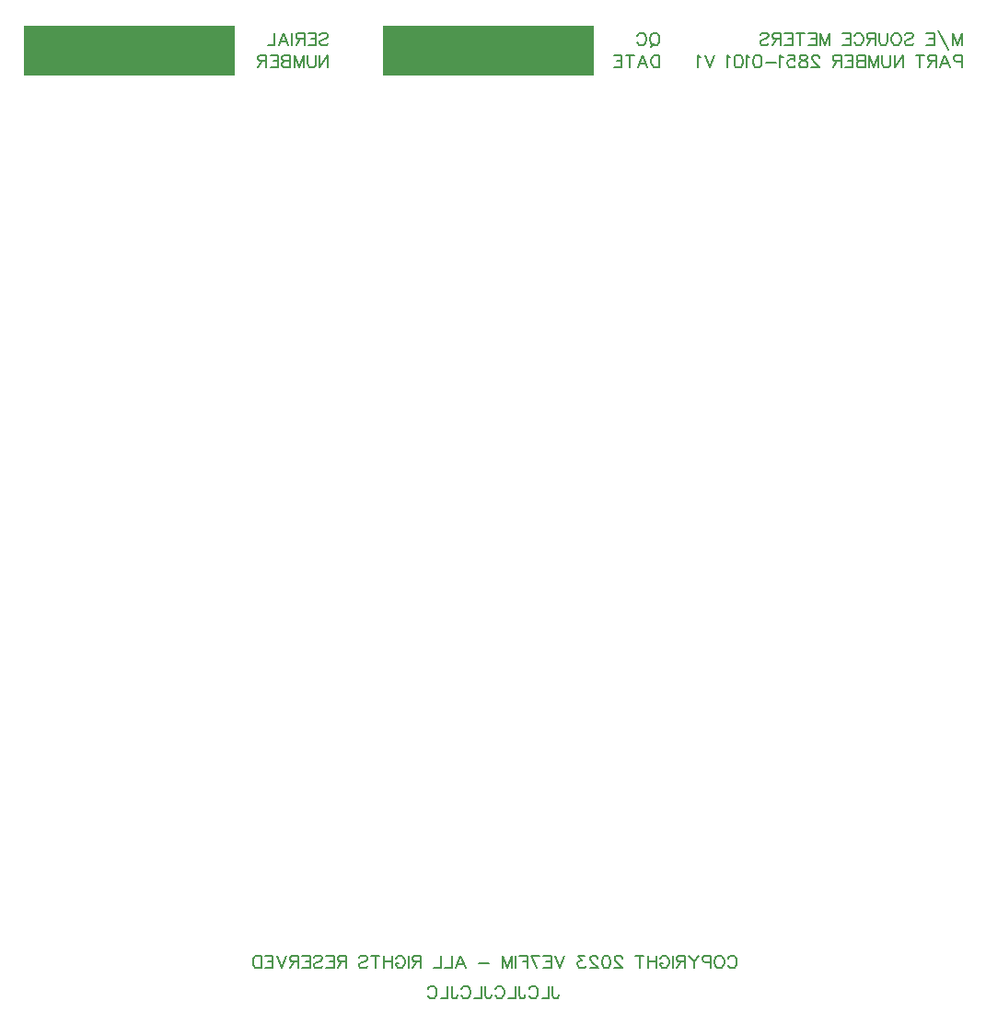
<source format=gbo>
G04 Layer: BottomSilkscreenLayer*
G04 EasyEDA v6.5.29, 2023-07-16 15:11:24*
G04 2c12c0e84ba74d3092461a17c469f48c,5a6b42c53f6a479593ecc07194224c93,10*
G04 Gerber Generator version 0.2*
G04 Scale: 100 percent, Rotated: No, Reflected: No *
G04 Dimensions in millimeters *
G04 leading zeros omitted , absolute positions ,4 integer and 5 decimal *
%FSLAX45Y45*%
%MOMM*%

%ADD10C,0.2032*%
%ADD11C,0.2030*%
%ADD12C,0.1524*%

%LPD*%
D10*
X8877300Y11881289D02*
G01*
X8877300Y11766745D01*
X8877300Y11881289D02*
G01*
X8828209Y11881289D01*
X8811846Y11875836D01*
X8806390Y11870382D01*
X8800937Y11859473D01*
X8800937Y11843108D01*
X8806390Y11832199D01*
X8811846Y11826745D01*
X8828209Y11821289D01*
X8877300Y11821289D01*
X8721300Y11881289D02*
G01*
X8764935Y11766745D01*
X8721300Y11881289D02*
G01*
X8677663Y11766745D01*
X8748572Y11804926D02*
G01*
X8694028Y11804926D01*
X8641664Y11881289D02*
G01*
X8641664Y11766745D01*
X8641664Y11881289D02*
G01*
X8592573Y11881289D01*
X8576210Y11875836D01*
X8570755Y11870382D01*
X8565300Y11859473D01*
X8565300Y11848564D01*
X8570755Y11837654D01*
X8576210Y11832199D01*
X8592573Y11826745D01*
X8641664Y11826745D01*
X8603482Y11826745D02*
G01*
X8565300Y11766745D01*
X8491118Y11881289D02*
G01*
X8491118Y11766745D01*
X8529300Y11881289D02*
G01*
X8452937Y11881289D01*
X8332937Y11881289D02*
G01*
X8332937Y11766745D01*
X8332937Y11881289D02*
G01*
X8256574Y11766745D01*
X8256574Y11881289D02*
G01*
X8256574Y11766745D01*
X8220572Y11881289D02*
G01*
X8220572Y11799473D01*
X8215119Y11783108D01*
X8204210Y11772199D01*
X8187847Y11766745D01*
X8176938Y11766745D01*
X8160572Y11772199D01*
X8149666Y11783108D01*
X8144210Y11799473D01*
X8144210Y11881289D01*
X8108210Y11881289D02*
G01*
X8108210Y11766745D01*
X8108210Y11881289D02*
G01*
X8064573Y11766745D01*
X8020938Y11881289D02*
G01*
X8064573Y11766745D01*
X8020938Y11881289D02*
G01*
X8020938Y11766745D01*
X7984937Y11881289D02*
G01*
X7984937Y11766745D01*
X7984937Y11881289D02*
G01*
X7935846Y11881289D01*
X7919483Y11875836D01*
X7914030Y11870382D01*
X7908574Y11859473D01*
X7908574Y11848564D01*
X7914030Y11837654D01*
X7919483Y11832199D01*
X7935846Y11826745D01*
X7984937Y11826745D02*
G01*
X7935846Y11826745D01*
X7919483Y11821289D01*
X7914030Y11815836D01*
X7908574Y11804926D01*
X7908574Y11788564D01*
X7914030Y11777654D01*
X7919483Y11772199D01*
X7935846Y11766745D01*
X7984937Y11766745D01*
X7872575Y11881289D02*
G01*
X7872575Y11766745D01*
X7872575Y11881289D02*
G01*
X7801665Y11881289D01*
X7872575Y11826745D02*
G01*
X7828937Y11826745D01*
X7872575Y11766745D02*
G01*
X7801665Y11766745D01*
X7765666Y11881289D02*
G01*
X7765666Y11766745D01*
X7765666Y11881289D02*
G01*
X7716575Y11881289D01*
X7700210Y11875836D01*
X7694757Y11870382D01*
X7689301Y11859473D01*
X7689301Y11848564D01*
X7694757Y11837654D01*
X7700210Y11832199D01*
X7716575Y11826745D01*
X7765666Y11826745D01*
X7727485Y11826745D02*
G01*
X7689301Y11766745D01*
X7563848Y11854017D02*
G01*
X7563848Y11859473D01*
X7558392Y11870382D01*
X7552938Y11875836D01*
X7542029Y11881289D01*
X7520211Y11881289D01*
X7509301Y11875836D01*
X7503848Y11870382D01*
X7498392Y11859473D01*
X7498392Y11848564D01*
X7503848Y11837654D01*
X7514757Y11821289D01*
X7569301Y11766745D01*
X7492939Y11766745D01*
X7429667Y11881289D02*
G01*
X7446030Y11875836D01*
X7451483Y11864926D01*
X7451483Y11854017D01*
X7446030Y11843108D01*
X7435121Y11837654D01*
X7413302Y11832199D01*
X7396939Y11826745D01*
X7386030Y11815836D01*
X7380574Y11804926D01*
X7380574Y11788564D01*
X7386030Y11777654D01*
X7391483Y11772199D01*
X7407849Y11766745D01*
X7429667Y11766745D01*
X7446030Y11772199D01*
X7451483Y11777654D01*
X7456939Y11788564D01*
X7456939Y11804926D01*
X7451483Y11815836D01*
X7440574Y11826745D01*
X7424211Y11832199D01*
X7402393Y11837654D01*
X7391483Y11843108D01*
X7386030Y11854017D01*
X7386030Y11864926D01*
X7391483Y11875836D01*
X7407849Y11881289D01*
X7429667Y11881289D01*
X7279121Y11881289D02*
G01*
X7333665Y11881289D01*
X7339121Y11832199D01*
X7333665Y11837654D01*
X7317303Y11843108D01*
X7300940Y11843108D01*
X7284575Y11837654D01*
X7273665Y11826745D01*
X7268212Y11810382D01*
X7268212Y11799473D01*
X7273665Y11783108D01*
X7284575Y11772199D01*
X7300940Y11766745D01*
X7317303Y11766745D01*
X7333665Y11772199D01*
X7339121Y11777654D01*
X7344575Y11788564D01*
X7232213Y11859473D02*
G01*
X7221303Y11864926D01*
X7204938Y11881289D01*
X7204938Y11766745D01*
X7168939Y11815836D02*
G01*
X7070758Y11815836D01*
X7002030Y11881289D02*
G01*
X7018393Y11875836D01*
X7029302Y11859473D01*
X7034758Y11832199D01*
X7034758Y11815836D01*
X7029302Y11788564D01*
X7018393Y11772199D01*
X7002030Y11766745D01*
X6991121Y11766745D01*
X6974758Y11772199D01*
X6963849Y11788564D01*
X6958393Y11815836D01*
X6958393Y11832199D01*
X6963849Y11859473D01*
X6974758Y11875836D01*
X6991121Y11881289D01*
X7002030Y11881289D01*
X6922394Y11859473D02*
G01*
X6911484Y11864926D01*
X6895122Y11881289D01*
X6895122Y11766745D01*
X6826394Y11881289D02*
G01*
X6842757Y11875836D01*
X6853666Y11859473D01*
X6859122Y11832199D01*
X6859122Y11815836D01*
X6853666Y11788564D01*
X6842757Y11772199D01*
X6826394Y11766745D01*
X6815485Y11766745D01*
X6799122Y11772199D01*
X6788213Y11788564D01*
X6782757Y11815836D01*
X6782757Y11832199D01*
X6788213Y11859473D01*
X6799122Y11875836D01*
X6815485Y11881289D01*
X6826394Y11881289D01*
X6746758Y11859473D02*
G01*
X6735848Y11864926D01*
X6719486Y11881289D01*
X6719486Y11766745D01*
X6599486Y11881289D02*
G01*
X6555849Y11766745D01*
X6512214Y11881289D02*
G01*
X6555849Y11766745D01*
X6476215Y11859473D02*
G01*
X6465305Y11864926D01*
X6448940Y11881289D01*
X6448940Y11766745D01*
X8877300Y12084489D02*
G01*
X8877300Y11969945D01*
X8877300Y12084489D02*
G01*
X8833662Y11969945D01*
X8790028Y12084489D02*
G01*
X8833662Y11969945D01*
X8790028Y12084489D02*
G01*
X8790028Y11969945D01*
X8655845Y12106308D02*
G01*
X8754028Y11931764D01*
X8619845Y12084489D02*
G01*
X8619845Y11969945D01*
X8619845Y12084489D02*
G01*
X8548936Y12084489D01*
X8619845Y12029945D02*
G01*
X8576210Y12029945D01*
X8619845Y11969945D02*
G01*
X8548936Y11969945D01*
X8352574Y12068126D02*
G01*
X8363483Y12079036D01*
X8379846Y12084489D01*
X8401664Y12084489D01*
X8418027Y12079036D01*
X8428936Y12068126D01*
X8428936Y12057217D01*
X8423483Y12046308D01*
X8418027Y12040854D01*
X8407118Y12035399D01*
X8374392Y12024489D01*
X8363483Y12019036D01*
X8358027Y12013582D01*
X8352574Y12002673D01*
X8352574Y11986308D01*
X8363483Y11975399D01*
X8379846Y11969945D01*
X8401664Y11969945D01*
X8418027Y11975399D01*
X8428936Y11986308D01*
X8283846Y12084489D02*
G01*
X8294756Y12079036D01*
X8305665Y12068126D01*
X8311118Y12057217D01*
X8316574Y12040854D01*
X8316574Y12013582D01*
X8311118Y11997217D01*
X8305665Y11986308D01*
X8294756Y11975399D01*
X8283846Y11969945D01*
X8262028Y11969945D01*
X8251118Y11975399D01*
X8240209Y11986308D01*
X8234756Y11997217D01*
X8229300Y12013582D01*
X8229300Y12040854D01*
X8234756Y12057217D01*
X8240209Y12068126D01*
X8251118Y12079036D01*
X8262028Y12084489D01*
X8283846Y12084489D01*
X8193300Y12084489D02*
G01*
X8193300Y12002673D01*
X8187847Y11986308D01*
X8176938Y11975399D01*
X8160572Y11969945D01*
X8149666Y11969945D01*
X8133300Y11975399D01*
X8122391Y11986308D01*
X8116938Y12002673D01*
X8116938Y12084489D01*
X8080938Y12084489D02*
G01*
X8080938Y11969945D01*
X8080938Y12084489D02*
G01*
X8031848Y12084489D01*
X8015483Y12079036D01*
X8010029Y12073582D01*
X8004573Y12062673D01*
X8004573Y12051764D01*
X8010029Y12040854D01*
X8015483Y12035399D01*
X8031848Y12029945D01*
X8080938Y12029945D01*
X8042755Y12029945D02*
G01*
X8004573Y11969945D01*
X7886755Y12057217D02*
G01*
X7892211Y12068126D01*
X7903121Y12079036D01*
X7914030Y12084489D01*
X7935846Y12084489D01*
X7946755Y12079036D01*
X7957665Y12068126D01*
X7963120Y12057217D01*
X7968574Y12040854D01*
X7968574Y12013582D01*
X7963120Y11997217D01*
X7957665Y11986308D01*
X7946755Y11975399D01*
X7935846Y11969945D01*
X7914030Y11969945D01*
X7903121Y11975399D01*
X7892211Y11986308D01*
X7886755Y11997217D01*
X7850756Y12084489D02*
G01*
X7850756Y11969945D01*
X7850756Y12084489D02*
G01*
X7779847Y12084489D01*
X7850756Y12029945D02*
G01*
X7807119Y12029945D01*
X7850756Y11969945D02*
G01*
X7779847Y11969945D01*
X7659847Y12084489D02*
G01*
X7659847Y11969945D01*
X7659847Y12084489D02*
G01*
X7616212Y11969945D01*
X7572575Y12084489D02*
G01*
X7616212Y11969945D01*
X7572575Y12084489D02*
G01*
X7572575Y11969945D01*
X7536576Y12084489D02*
G01*
X7536576Y11969945D01*
X7536576Y12084489D02*
G01*
X7465667Y12084489D01*
X7536576Y12029945D02*
G01*
X7492939Y12029945D01*
X7536576Y11969945D02*
G01*
X7465667Y11969945D01*
X7391483Y12084489D02*
G01*
X7391483Y11969945D01*
X7429667Y12084489D02*
G01*
X7353302Y12084489D01*
X7317303Y12084489D02*
G01*
X7317303Y11969945D01*
X7317303Y12084489D02*
G01*
X7246393Y12084489D01*
X7317303Y12029945D02*
G01*
X7273665Y12029945D01*
X7317303Y11969945D02*
G01*
X7246393Y11969945D01*
X7210394Y12084489D02*
G01*
X7210394Y11969945D01*
X7210394Y12084489D02*
G01*
X7161303Y12084489D01*
X7144938Y12079036D01*
X7139485Y12073582D01*
X7134031Y12062673D01*
X7134031Y12051764D01*
X7139485Y12040854D01*
X7144938Y12035399D01*
X7161303Y12029945D01*
X7210394Y12029945D01*
X7172213Y12029945D02*
G01*
X7134031Y11969945D01*
X7021667Y12068126D02*
G01*
X7032576Y12079036D01*
X7048939Y12084489D01*
X7070758Y12084489D01*
X7087120Y12079036D01*
X7098029Y12068126D01*
X7098029Y12057217D01*
X7092576Y12046308D01*
X7087120Y12040854D01*
X7076213Y12035399D01*
X7043486Y12024489D01*
X7032576Y12019036D01*
X7027120Y12013582D01*
X7021667Y12002673D01*
X7021667Y11986308D01*
X7032576Y11975399D01*
X7048939Y11969945D01*
X7070758Y11969945D01*
X7087120Y11975399D01*
X7098029Y11986308D01*
X5114290Y3321557D02*
G01*
X5114290Y3234181D01*
X5119877Y3217926D01*
X5125211Y3212337D01*
X5136134Y3207004D01*
X5147056Y3207004D01*
X5157977Y3212337D01*
X5163565Y3217926D01*
X5168900Y3234181D01*
X5168900Y3245104D01*
X5078475Y3321557D02*
G01*
X5078475Y3207004D01*
X5078475Y3207004D02*
G01*
X5012943Y3207004D01*
X4895088Y3294126D02*
G01*
X4900422Y3305047D01*
X4911343Y3315970D01*
X4922265Y3321557D01*
X4944109Y3321557D01*
X4955031Y3315970D01*
X4965954Y3305047D01*
X4971541Y3294126D01*
X4976875Y3277870D01*
X4976875Y3250692D01*
X4971541Y3234181D01*
X4965954Y3223260D01*
X4955031Y3212337D01*
X4944109Y3207004D01*
X4922265Y3207004D01*
X4911343Y3212337D01*
X4900422Y3223260D01*
X4895088Y3234181D01*
X4804663Y3321557D02*
G01*
X4804663Y3234181D01*
X4809997Y3217926D01*
X4815331Y3212337D01*
X4826254Y3207004D01*
X4837175Y3207004D01*
X4848097Y3212337D01*
X4853686Y3217926D01*
X4859020Y3234181D01*
X4859020Y3245104D01*
X4768595Y3321557D02*
G01*
X4768595Y3207004D01*
X4768595Y3207004D02*
G01*
X4703063Y3207004D01*
X4585208Y3294126D02*
G01*
X4590795Y3305047D01*
X4601718Y3315970D01*
X4612640Y3321557D01*
X4634229Y3321557D01*
X4645152Y3315970D01*
X4656074Y3305047D01*
X4661661Y3294126D01*
X4666995Y3277870D01*
X4666995Y3250692D01*
X4661661Y3234181D01*
X4656074Y3223260D01*
X4645152Y3212337D01*
X4634229Y3207004D01*
X4612640Y3207004D01*
X4601718Y3212337D01*
X4590795Y3223260D01*
X4585208Y3234181D01*
X4494784Y3321557D02*
G01*
X4494784Y3234181D01*
X4500118Y3217926D01*
X4505706Y3212337D01*
X4516627Y3207004D01*
X4527550Y3207004D01*
X4538472Y3212337D01*
X4543806Y3217926D01*
X4549140Y3234181D01*
X4549140Y3245104D01*
X4458715Y3321557D02*
G01*
X4458715Y3207004D01*
X4458715Y3207004D02*
G01*
X4393184Y3207004D01*
X4275327Y3294126D02*
G01*
X4280915Y3305047D01*
X4291838Y3315970D01*
X4302759Y3321557D01*
X4324604Y3321557D01*
X4335525Y3315970D01*
X4346447Y3305047D01*
X4351781Y3294126D01*
X4357370Y3277870D01*
X4357370Y3250692D01*
X4351781Y3234181D01*
X4346447Y3223260D01*
X4335525Y3212337D01*
X4324604Y3207004D01*
X4302759Y3207004D01*
X4291838Y3212337D01*
X4280915Y3223260D01*
X4275327Y3234181D01*
X4184904Y3321557D02*
G01*
X4184904Y3234181D01*
X4190238Y3217926D01*
X4195825Y3212337D01*
X4206747Y3207004D01*
X4217670Y3207004D01*
X4228591Y3212337D01*
X4233925Y3217926D01*
X4239513Y3234181D01*
X4239513Y3245104D01*
X4148836Y3321557D02*
G01*
X4148836Y3207004D01*
X4148836Y3207004D02*
G01*
X4083558Y3207004D01*
X3965702Y3294126D02*
G01*
X3971036Y3305047D01*
X3981958Y3315970D01*
X3992879Y3321557D01*
X4014724Y3321557D01*
X4025645Y3315970D01*
X4036568Y3305047D01*
X4041902Y3294126D01*
X4047490Y3277870D01*
X4047490Y3250692D01*
X4041902Y3234181D01*
X4036568Y3223260D01*
X4025645Y3212337D01*
X4014724Y3207004D01*
X3992879Y3207004D01*
X3981958Y3212337D01*
X3971036Y3223260D01*
X3965702Y3234181D01*
D11*
X6725381Y3573617D02*
G01*
X6730837Y3584526D01*
X6741746Y3595436D01*
X6752653Y3600889D01*
X6774472Y3600889D01*
X6785381Y3595436D01*
X6796290Y3584526D01*
X6801746Y3573617D01*
X6807200Y3557254D01*
X6807200Y3529982D01*
X6801746Y3513617D01*
X6796290Y3502708D01*
X6785381Y3491799D01*
X6774472Y3486345D01*
X6752653Y3486345D01*
X6741746Y3491799D01*
X6730837Y3502708D01*
X6725381Y3513617D01*
X6656654Y3600889D02*
G01*
X6667563Y3595436D01*
X6678472Y3584526D01*
X6683928Y3573617D01*
X6689382Y3557254D01*
X6689382Y3529982D01*
X6683928Y3513617D01*
X6678472Y3502708D01*
X6667563Y3491799D01*
X6656654Y3486345D01*
X6634835Y3486345D01*
X6623928Y3491799D01*
X6613019Y3502708D01*
X6607563Y3513617D01*
X6602110Y3529982D01*
X6602110Y3557254D01*
X6607563Y3573617D01*
X6613019Y3584526D01*
X6623928Y3595436D01*
X6634835Y3600889D01*
X6656654Y3600889D01*
X6566110Y3600889D02*
G01*
X6566110Y3486345D01*
X6566110Y3600889D02*
G01*
X6517017Y3600889D01*
X6500655Y3595436D01*
X6495200Y3589982D01*
X6489745Y3579073D01*
X6489745Y3562708D01*
X6495200Y3551799D01*
X6500655Y3546345D01*
X6517017Y3540889D01*
X6566110Y3540889D01*
X6453746Y3600889D02*
G01*
X6410109Y3546345D01*
X6410109Y3486345D01*
X6366474Y3600889D02*
G01*
X6410109Y3546345D01*
X6330472Y3600889D02*
G01*
X6330472Y3486345D01*
X6330472Y3600889D02*
G01*
X6281381Y3600889D01*
X6265019Y3595436D01*
X6259565Y3589982D01*
X6254109Y3579073D01*
X6254109Y3568164D01*
X6259565Y3557254D01*
X6265019Y3551799D01*
X6281381Y3546345D01*
X6330472Y3546345D01*
X6292291Y3546345D02*
G01*
X6254109Y3486345D01*
X6218110Y3600889D02*
G01*
X6218110Y3486345D01*
X6100292Y3573617D02*
G01*
X6105745Y3584526D01*
X6116655Y3595436D01*
X6127564Y3600889D01*
X6149383Y3600889D01*
X6160292Y3595436D01*
X6171201Y3584526D01*
X6176655Y3573617D01*
X6182111Y3557254D01*
X6182111Y3529982D01*
X6176655Y3513617D01*
X6171201Y3502708D01*
X6160292Y3491799D01*
X6149383Y3486345D01*
X6127564Y3486345D01*
X6116655Y3491799D01*
X6105745Y3502708D01*
X6100292Y3513617D01*
X6100292Y3529982D01*
X6127564Y3529982D02*
G01*
X6100292Y3529982D01*
X6064293Y3600889D02*
G01*
X6064293Y3486345D01*
X5987928Y3600889D02*
G01*
X5987928Y3486345D01*
X6064293Y3546345D02*
G01*
X5987928Y3546345D01*
X5913747Y3600889D02*
G01*
X5913747Y3486345D01*
X5951928Y3600889D02*
G01*
X5875566Y3600889D01*
X5750110Y3573617D02*
G01*
X5750110Y3579073D01*
X5744657Y3589982D01*
X5739201Y3595436D01*
X5728291Y3600889D01*
X5706475Y3600889D01*
X5695566Y3595436D01*
X5690110Y3589982D01*
X5684657Y3579073D01*
X5684657Y3568164D01*
X5690110Y3557254D01*
X5701019Y3540889D01*
X5755566Y3486345D01*
X5679201Y3486345D01*
X5610473Y3600889D02*
G01*
X5626839Y3595436D01*
X5637748Y3579073D01*
X5643201Y3551799D01*
X5643201Y3535436D01*
X5637748Y3508164D01*
X5626839Y3491799D01*
X5610473Y3486345D01*
X5599567Y3486345D01*
X5583201Y3491799D01*
X5572292Y3508164D01*
X5566839Y3535436D01*
X5566839Y3551799D01*
X5572292Y3579073D01*
X5583201Y3595436D01*
X5599567Y3600889D01*
X5610473Y3600889D01*
X5525383Y3573617D02*
G01*
X5525383Y3579073D01*
X5519930Y3589982D01*
X5514474Y3595436D01*
X5503565Y3600889D01*
X5481749Y3600889D01*
X5470839Y3595436D01*
X5465384Y3589982D01*
X5459930Y3579073D01*
X5459930Y3568164D01*
X5465384Y3557254D01*
X5476293Y3540889D01*
X5530839Y3486345D01*
X5454474Y3486345D01*
X5407566Y3600889D02*
G01*
X5347566Y3600889D01*
X5380294Y3557254D01*
X5363931Y3557254D01*
X5353022Y3551799D01*
X5347566Y3546345D01*
X5342112Y3529982D01*
X5342112Y3519073D01*
X5347566Y3502708D01*
X5358475Y3491799D01*
X5374838Y3486345D01*
X5391203Y3486345D01*
X5407566Y3491799D01*
X5413021Y3497254D01*
X5418475Y3508164D01*
X5222113Y3600889D02*
G01*
X5178475Y3486345D01*
X5134838Y3600889D02*
G01*
X5178475Y3486345D01*
X5098839Y3600889D02*
G01*
X5098839Y3486345D01*
X5098839Y3600889D02*
G01*
X5027929Y3600889D01*
X5098839Y3546345D02*
G01*
X5055204Y3546345D01*
X5098839Y3486345D02*
G01*
X5027929Y3486345D01*
X4915568Y3600889D02*
G01*
X4970111Y3486345D01*
X4991930Y3600889D02*
G01*
X4915568Y3600889D01*
X4879568Y3600889D02*
G01*
X4879568Y3486345D01*
X4879568Y3600889D02*
G01*
X4808659Y3600889D01*
X4879568Y3546345D02*
G01*
X4835931Y3546345D01*
X4772657Y3600889D02*
G01*
X4772657Y3486345D01*
X4736658Y3600889D02*
G01*
X4736658Y3486345D01*
X4736658Y3600889D02*
G01*
X4693023Y3486345D01*
X4649386Y3600889D02*
G01*
X4693023Y3486345D01*
X4649386Y3600889D02*
G01*
X4649386Y3486345D01*
X4529386Y3535436D02*
G01*
X4431205Y3535436D01*
X4267568Y3600889D02*
G01*
X4311205Y3486345D01*
X4267568Y3600889D02*
G01*
X4223933Y3486345D01*
X4294840Y3524526D02*
G01*
X4240296Y3524526D01*
X4187931Y3600889D02*
G01*
X4187931Y3486345D01*
X4187931Y3486345D02*
G01*
X4122478Y3486345D01*
X4086479Y3600889D02*
G01*
X4086479Y3486345D01*
X4086479Y3486345D02*
G01*
X4021023Y3486345D01*
X3901023Y3600889D02*
G01*
X3901023Y3486345D01*
X3901023Y3600889D02*
G01*
X3851932Y3600889D01*
X3835570Y3595436D01*
X3830114Y3589982D01*
X3824660Y3579073D01*
X3824660Y3568164D01*
X3830114Y3557254D01*
X3835570Y3551799D01*
X3851932Y3546345D01*
X3901023Y3546345D01*
X3862842Y3546345D02*
G01*
X3824660Y3486345D01*
X3788661Y3600889D02*
G01*
X3788661Y3486345D01*
X3670843Y3573617D02*
G01*
X3676296Y3584526D01*
X3687206Y3595436D01*
X3698115Y3600889D01*
X3719934Y3600889D01*
X3730843Y3595436D01*
X3741752Y3584526D01*
X3747206Y3573617D01*
X3752659Y3557254D01*
X3752659Y3529982D01*
X3747206Y3513617D01*
X3741752Y3502708D01*
X3730843Y3491799D01*
X3719934Y3486345D01*
X3698115Y3486345D01*
X3687206Y3491799D01*
X3676296Y3502708D01*
X3670843Y3513617D01*
X3670843Y3529982D01*
X3698115Y3529982D02*
G01*
X3670843Y3529982D01*
X3634841Y3600889D02*
G01*
X3634841Y3486345D01*
X3558479Y3600889D02*
G01*
X3558479Y3486345D01*
X3634841Y3546345D02*
G01*
X3558479Y3546345D01*
X3484298Y3600889D02*
G01*
X3484298Y3486345D01*
X3522479Y3600889D02*
G01*
X3446117Y3600889D01*
X3333752Y3584526D02*
G01*
X3344661Y3595436D01*
X3361024Y3600889D01*
X3382843Y3600889D01*
X3399205Y3595436D01*
X3410115Y3584526D01*
X3410115Y3573617D01*
X3404661Y3562708D01*
X3399205Y3557254D01*
X3388296Y3551799D01*
X3355571Y3540889D01*
X3344661Y3535436D01*
X3339205Y3529982D01*
X3333752Y3519073D01*
X3333752Y3502708D01*
X3344661Y3491799D01*
X3361024Y3486345D01*
X3382843Y3486345D01*
X3399205Y3491799D01*
X3410115Y3502708D01*
X3213752Y3600889D02*
G01*
X3213752Y3486345D01*
X3213752Y3600889D02*
G01*
X3164662Y3600889D01*
X3148296Y3595436D01*
X3142843Y3589982D01*
X3137390Y3579073D01*
X3137390Y3568164D01*
X3142843Y3557254D01*
X3148296Y3551799D01*
X3164662Y3546345D01*
X3213752Y3546345D01*
X3175571Y3546345D02*
G01*
X3137390Y3486345D01*
X3101388Y3600889D02*
G01*
X3101388Y3486345D01*
X3101388Y3600889D02*
G01*
X3030479Y3600889D01*
X3101388Y3546345D02*
G01*
X3057753Y3546345D01*
X3101388Y3486345D02*
G01*
X3030479Y3486345D01*
X2918117Y3584526D02*
G01*
X2929026Y3595436D01*
X2945389Y3600889D01*
X2967207Y3600889D01*
X2983570Y3595436D01*
X2994479Y3584526D01*
X2994479Y3573617D01*
X2989026Y3562708D01*
X2983570Y3557254D01*
X2972661Y3551799D01*
X2939935Y3540889D01*
X2929026Y3535436D01*
X2923570Y3529982D01*
X2918117Y3519073D01*
X2918117Y3502708D01*
X2929026Y3491799D01*
X2945389Y3486345D01*
X2967207Y3486345D01*
X2983570Y3491799D01*
X2994479Y3502708D01*
X2882117Y3600889D02*
G01*
X2882117Y3486345D01*
X2882117Y3600889D02*
G01*
X2811208Y3600889D01*
X2882117Y3546345D02*
G01*
X2838480Y3546345D01*
X2882117Y3486345D02*
G01*
X2811208Y3486345D01*
X2775209Y3600889D02*
G01*
X2775209Y3486345D01*
X2775209Y3600889D02*
G01*
X2726118Y3600889D01*
X2709753Y3595436D01*
X2704299Y3589982D01*
X2698843Y3579073D01*
X2698843Y3568164D01*
X2704299Y3557254D01*
X2709753Y3551799D01*
X2726118Y3546345D01*
X2775209Y3546345D01*
X2737025Y3546345D02*
G01*
X2698843Y3486345D01*
X2662844Y3600889D02*
G01*
X2619207Y3486345D01*
X2575572Y3600889D02*
G01*
X2619207Y3486345D01*
X2539573Y3600889D02*
G01*
X2539573Y3486345D01*
X2539573Y3600889D02*
G01*
X2468664Y3600889D01*
X2539573Y3546345D02*
G01*
X2495936Y3546345D01*
X2539573Y3486345D02*
G01*
X2468664Y3486345D01*
X2432662Y3600889D02*
G01*
X2432662Y3486345D01*
X2432662Y3600889D02*
G01*
X2394480Y3600889D01*
X2378118Y3595436D01*
X2367208Y3584526D01*
X2361755Y3573617D01*
X2356299Y3557254D01*
X2356299Y3529982D01*
X2361755Y3513617D01*
X2367208Y3502708D01*
X2378118Y3491799D01*
X2394480Y3486345D01*
X2432662Y3486345D01*
D12*
X6063272Y12084491D02*
G01*
X6074181Y12079036D01*
X6085090Y12068126D01*
X6090546Y12057217D01*
X6096000Y12040854D01*
X6096000Y12013582D01*
X6090546Y11997217D01*
X6085090Y11986308D01*
X6074181Y11975398D01*
X6063272Y11969945D01*
X6041453Y11969945D01*
X6030544Y11975398D01*
X6019637Y11986308D01*
X6014181Y11997217D01*
X6008728Y12013582D01*
X6008728Y12040854D01*
X6014181Y12057217D01*
X6019637Y12068126D01*
X6030544Y12079036D01*
X6041453Y12084491D01*
X6063272Y12084491D01*
X6046909Y11991764D02*
G01*
X6014181Y11959036D01*
X5890910Y12057217D02*
G01*
X5896363Y12068126D01*
X5907272Y12079036D01*
X5918182Y12084491D01*
X5940000Y12084491D01*
X5950910Y12079036D01*
X5961819Y12068126D01*
X5967272Y12057217D01*
X5972726Y12040854D01*
X5972726Y12013582D01*
X5967272Y11997217D01*
X5961819Y11986308D01*
X5950910Y11975398D01*
X5940000Y11969945D01*
X5918182Y11969945D01*
X5907272Y11975398D01*
X5896363Y11986308D01*
X5890910Y11997217D01*
X6096000Y11881291D02*
G01*
X6096000Y11766745D01*
X6096000Y11881291D02*
G01*
X6057818Y11881291D01*
X6041453Y11875836D01*
X6030544Y11864926D01*
X6025090Y11854017D01*
X6019637Y11837654D01*
X6019637Y11810382D01*
X6025090Y11794017D01*
X6030544Y11783108D01*
X6041453Y11772198D01*
X6057818Y11766745D01*
X6096000Y11766745D01*
X5940000Y11881291D02*
G01*
X5983635Y11766745D01*
X5940000Y11881291D02*
G01*
X5896363Y11766745D01*
X5967272Y11804926D02*
G01*
X5912726Y11804926D01*
X5822182Y11881291D02*
G01*
X5822182Y11766745D01*
X5860364Y11881291D02*
G01*
X5783999Y11881291D01*
X5747999Y11881291D02*
G01*
X5747999Y11766745D01*
X5747999Y11881291D02*
G01*
X5677090Y11881291D01*
X5747999Y11826745D02*
G01*
X5704362Y11826745D01*
X5747999Y11766745D02*
G01*
X5677090Y11766745D01*
X3048000Y11881291D02*
G01*
X3048000Y11766745D01*
X3048000Y11881291D02*
G01*
X2971637Y11766745D01*
X2971637Y11881291D02*
G01*
X2971637Y11766745D01*
X2935635Y11881291D02*
G01*
X2935635Y11799473D01*
X2930182Y11783108D01*
X2919272Y11772198D01*
X2902910Y11766745D01*
X2892000Y11766745D01*
X2875635Y11772198D01*
X2864726Y11783108D01*
X2859272Y11799473D01*
X2859272Y11881291D01*
X2823273Y11881291D02*
G01*
X2823273Y11766745D01*
X2823273Y11881291D02*
G01*
X2779636Y11766745D01*
X2735999Y11881291D02*
G01*
X2779636Y11766745D01*
X2735999Y11881291D02*
G01*
X2735999Y11766745D01*
X2699999Y11881291D02*
G01*
X2699999Y11766745D01*
X2699999Y11881291D02*
G01*
X2650909Y11881291D01*
X2634546Y11875836D01*
X2629090Y11870382D01*
X2623637Y11859473D01*
X2623637Y11848564D01*
X2629090Y11837654D01*
X2634546Y11832198D01*
X2650909Y11826745D01*
X2699999Y11826745D02*
G01*
X2650909Y11826745D01*
X2634546Y11821292D01*
X2629090Y11815836D01*
X2623637Y11804926D01*
X2623637Y11788564D01*
X2629090Y11777654D01*
X2634546Y11772198D01*
X2650909Y11766745D01*
X2699999Y11766745D01*
X2587635Y11881291D02*
G01*
X2587635Y11766745D01*
X2587635Y11881291D02*
G01*
X2516728Y11881291D01*
X2587635Y11826745D02*
G01*
X2544000Y11826745D01*
X2587635Y11766745D02*
G01*
X2516728Y11766745D01*
X2480726Y11881291D02*
G01*
X2480726Y11766745D01*
X2480726Y11881291D02*
G01*
X2431635Y11881291D01*
X2415273Y11875836D01*
X2409817Y11870382D01*
X2404363Y11859473D01*
X2404363Y11848564D01*
X2409817Y11837654D01*
X2415273Y11832198D01*
X2431635Y11826745D01*
X2480726Y11826745D01*
X2442545Y11826745D02*
G01*
X2404363Y11766745D01*
X2971637Y12068126D02*
G01*
X2982544Y12079036D01*
X2998909Y12084491D01*
X3020728Y12084491D01*
X3037090Y12079036D01*
X3048000Y12068126D01*
X3048000Y12057217D01*
X3042546Y12046308D01*
X3037090Y12040854D01*
X3026181Y12035398D01*
X2993453Y12024492D01*
X2982544Y12019036D01*
X2977090Y12013582D01*
X2971637Y12002673D01*
X2971637Y11986308D01*
X2982544Y11975398D01*
X2998909Y11969945D01*
X3020728Y11969945D01*
X3037090Y11975398D01*
X3048000Y11986308D01*
X2935635Y12084491D02*
G01*
X2935635Y11969945D01*
X2935635Y12084491D02*
G01*
X2864726Y12084491D01*
X2935635Y12029945D02*
G01*
X2892000Y12029945D01*
X2935635Y11969945D02*
G01*
X2864726Y11969945D01*
X2828726Y12084491D02*
G01*
X2828726Y11969945D01*
X2828726Y12084491D02*
G01*
X2779636Y12084491D01*
X2763273Y12079036D01*
X2757817Y12073582D01*
X2752364Y12062673D01*
X2752364Y12051764D01*
X2757817Y12040854D01*
X2763273Y12035398D01*
X2779636Y12029945D01*
X2828726Y12029945D01*
X2790545Y12029945D02*
G01*
X2752364Y11969945D01*
X2716364Y12084491D02*
G01*
X2716364Y11969945D01*
X2636728Y12084491D02*
G01*
X2680362Y11969945D01*
X2636728Y12084491D02*
G01*
X2593091Y11969945D01*
X2664000Y12008126D02*
G01*
X2609453Y12008126D01*
X2557091Y12084491D02*
G01*
X2557091Y11969945D01*
X2557091Y11969945D02*
G01*
X2491635Y11969945D01*
G36*
X3556000Y12153900D02*
G01*
X5492750Y12153900D01*
X5492750Y11692001D01*
X3556000Y11692001D01*
G37*
G36*
X254000Y12153900D02*
G01*
X2190750Y12153900D01*
X2190750Y11692001D01*
X254000Y11692001D01*
G37*
M02*

</source>
